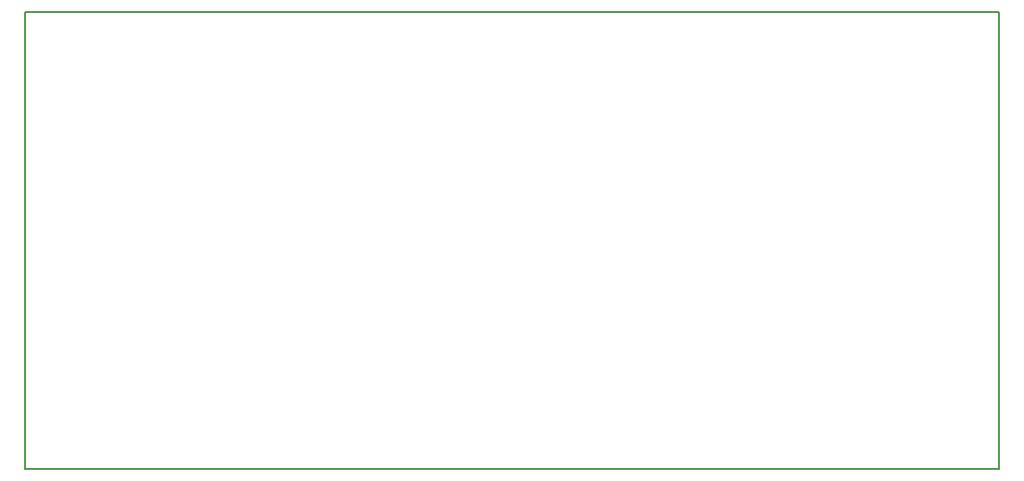
<source format=gbr>
G04 DesignSpark PCB Gerber Version 9.0 Build 5115 *
%FSLAX35Y35*%
%MOIN*%
%ADD15C,0.00500*%
X0Y0D02*
D02*
D15*
X250Y250D02*
X349955D01*
Y164620*
X250*
Y250*
X0Y0D02*
M02*

</source>
